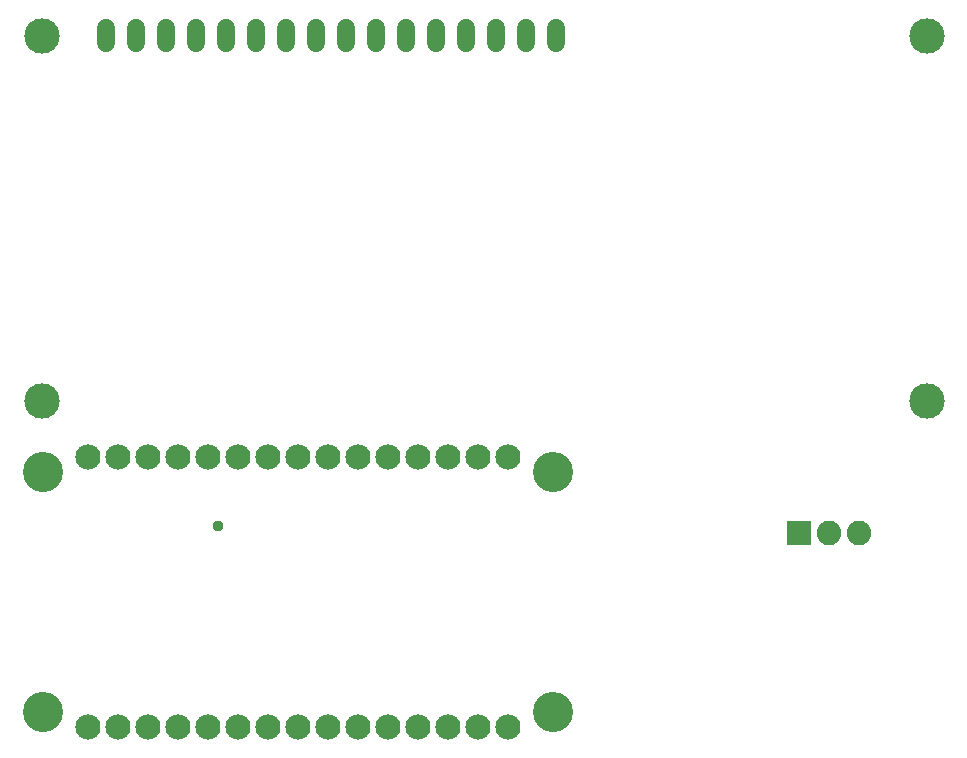
<source format=gbr>
G04 EAGLE Gerber RS-274X export*
G75*
%MOMM*%
%FSLAX34Y34*%
%LPD*%
%INSoldermask Bottom*%
%IPPOS*%
%AMOC8*
5,1,8,0,0,1.08239X$1,22.5*%
G01*
%ADD10C,2.133600*%
%ADD11C,3.403200*%
%ADD12R,2.082800X2.082800*%
%ADD13C,2.082800*%
%ADD14C,1.511200*%
%ADD15C,3.003200*%
%ADD16C,0.959600*%


D10*
X115571Y345964D03*
X140971Y345964D03*
X166371Y345964D03*
X191771Y345964D03*
X217171Y345964D03*
X242571Y345964D03*
X267971Y345964D03*
X293371Y345964D03*
X318771Y345964D03*
X344171Y345964D03*
X369571Y345964D03*
X394971Y345964D03*
X420371Y345964D03*
X445771Y345964D03*
X471171Y345964D03*
X115571Y574564D03*
X140971Y574564D03*
X166371Y574564D03*
X191771Y574564D03*
X217171Y574564D03*
X242571Y574564D03*
X267971Y574564D03*
X293371Y574564D03*
X318771Y574564D03*
X344171Y574564D03*
X369571Y574564D03*
X394971Y574564D03*
X420371Y574564D03*
X445771Y574564D03*
X471171Y574564D03*
D11*
X77471Y358664D03*
X77471Y561864D03*
X509271Y561864D03*
X509271Y358664D03*
D12*
X717277Y510393D03*
D13*
X742677Y510393D03*
X768077Y510393D03*
D14*
X130800Y924960D02*
X130800Y938040D01*
X156200Y938040D02*
X156200Y924960D01*
X181600Y924960D02*
X181600Y938040D01*
X207000Y938040D02*
X207000Y924960D01*
X232400Y924960D02*
X232400Y938040D01*
X257800Y938040D02*
X257800Y924960D01*
X283200Y924960D02*
X283200Y938040D01*
X308600Y938040D02*
X308600Y924960D01*
X334000Y924960D02*
X334000Y938040D01*
X359400Y938040D02*
X359400Y924960D01*
X384800Y924960D02*
X384800Y938040D01*
X410200Y938040D02*
X410200Y924960D01*
X435600Y924960D02*
X435600Y938040D01*
X461000Y938040D02*
X461000Y924960D01*
X486400Y924960D02*
X486400Y938040D01*
X511800Y938040D02*
X511800Y924960D01*
D15*
X76200Y622300D03*
X76200Y931500D03*
X825400Y931500D03*
X825400Y622300D03*
D16*
X225552Y516636D03*
M02*

</source>
